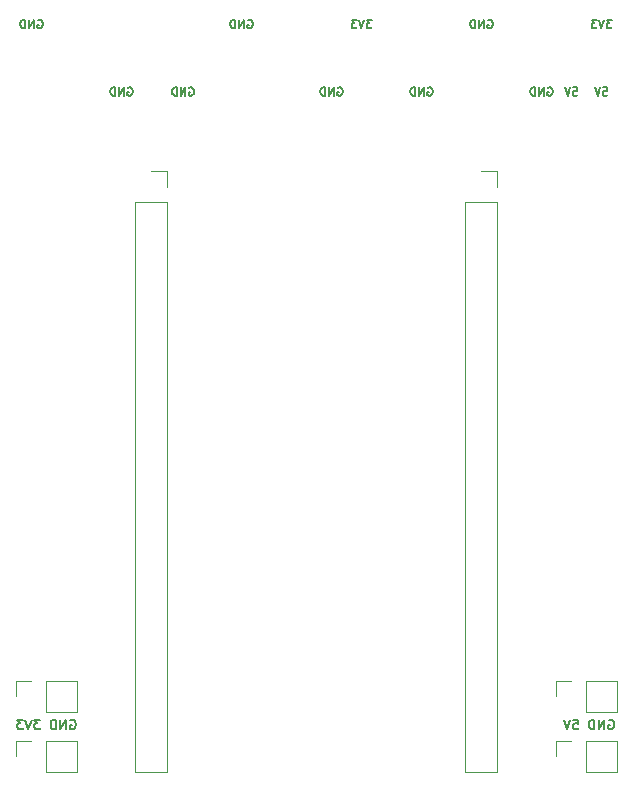
<source format=gbr>
%TF.GenerationSoftware,KiCad,Pcbnew,(5.1.9)-1*%
%TF.CreationDate,2022-02-08T17:05:31+09:00*%
%TF.ProjectId,odroid-extend,6f64726f-6964-42d6-9578-74656e642e6b,rev?*%
%TF.SameCoordinates,Original*%
%TF.FileFunction,Legend,Bot*%
%TF.FilePolarity,Positive*%
%FSLAX46Y46*%
G04 Gerber Fmt 4.6, Leading zero omitted, Abs format (unit mm)*
G04 Created by KiCad (PCBNEW (5.1.9)-1) date 2022-02-08 17:05:31*
%MOMM*%
%LPD*%
G01*
G04 APERTURE LIST*
%ADD10C,0.150000*%
%ADD11C,0.120000*%
G04 APERTURE END LIST*
D10*
X182397333Y-70389000D02*
X182464000Y-70355666D01*
X182564000Y-70355666D01*
X182664000Y-70389000D01*
X182730666Y-70455666D01*
X182764000Y-70522333D01*
X182797333Y-70655666D01*
X182797333Y-70755666D01*
X182764000Y-70889000D01*
X182730666Y-70955666D01*
X182664000Y-71022333D01*
X182564000Y-71055666D01*
X182497333Y-71055666D01*
X182397333Y-71022333D01*
X182364000Y-70989000D01*
X182364000Y-70755666D01*
X182497333Y-70755666D01*
X182064000Y-71055666D02*
X182064000Y-70355666D01*
X181664000Y-71055666D01*
X181664000Y-70355666D01*
X181330666Y-71055666D02*
X181330666Y-70355666D01*
X181164000Y-70355666D01*
X181064000Y-70389000D01*
X180997333Y-70455666D01*
X180964000Y-70522333D01*
X180930666Y-70655666D01*
X180930666Y-70755666D01*
X180964000Y-70889000D01*
X180997333Y-70955666D01*
X181064000Y-71022333D01*
X181164000Y-71055666D01*
X181330666Y-71055666D01*
X172237333Y-70389000D02*
X172304000Y-70355666D01*
X172404000Y-70355666D01*
X172504000Y-70389000D01*
X172570666Y-70455666D01*
X172604000Y-70522333D01*
X172637333Y-70655666D01*
X172637333Y-70755666D01*
X172604000Y-70889000D01*
X172570666Y-70955666D01*
X172504000Y-71022333D01*
X172404000Y-71055666D01*
X172337333Y-71055666D01*
X172237333Y-71022333D01*
X172204000Y-70989000D01*
X172204000Y-70755666D01*
X172337333Y-70755666D01*
X171904000Y-71055666D02*
X171904000Y-70355666D01*
X171504000Y-71055666D01*
X171504000Y-70355666D01*
X171170666Y-71055666D02*
X171170666Y-70355666D01*
X171004000Y-70355666D01*
X170904000Y-70389000D01*
X170837333Y-70455666D01*
X170804000Y-70522333D01*
X170770666Y-70655666D01*
X170770666Y-70755666D01*
X170804000Y-70889000D01*
X170837333Y-70955666D01*
X170904000Y-71022333D01*
X171004000Y-71055666D01*
X171170666Y-71055666D01*
X167490666Y-64640666D02*
X167057333Y-64640666D01*
X167290666Y-64907333D01*
X167190666Y-64907333D01*
X167124000Y-64940666D01*
X167090666Y-64974000D01*
X167057333Y-65040666D01*
X167057333Y-65207333D01*
X167090666Y-65274000D01*
X167124000Y-65307333D01*
X167190666Y-65340666D01*
X167390666Y-65340666D01*
X167457333Y-65307333D01*
X167490666Y-65274000D01*
X166857333Y-64640666D02*
X166624000Y-65340666D01*
X166390666Y-64640666D01*
X166224000Y-64640666D02*
X165790666Y-64640666D01*
X166024000Y-64907333D01*
X165924000Y-64907333D01*
X165857333Y-64940666D01*
X165824000Y-64974000D01*
X165790666Y-65040666D01*
X165790666Y-65207333D01*
X165824000Y-65274000D01*
X165857333Y-65307333D01*
X165924000Y-65340666D01*
X166124000Y-65340666D01*
X166190666Y-65307333D01*
X166224000Y-65274000D01*
X156997333Y-64674000D02*
X157064000Y-64640666D01*
X157164000Y-64640666D01*
X157264000Y-64674000D01*
X157330666Y-64740666D01*
X157364000Y-64807333D01*
X157397333Y-64940666D01*
X157397333Y-65040666D01*
X157364000Y-65174000D01*
X157330666Y-65240666D01*
X157264000Y-65307333D01*
X157164000Y-65340666D01*
X157097333Y-65340666D01*
X156997333Y-65307333D01*
X156964000Y-65274000D01*
X156964000Y-65040666D01*
X157097333Y-65040666D01*
X156664000Y-65340666D02*
X156664000Y-64640666D01*
X156264000Y-65340666D01*
X156264000Y-64640666D01*
X155930666Y-65340666D02*
X155930666Y-64640666D01*
X155764000Y-64640666D01*
X155664000Y-64674000D01*
X155597333Y-64740666D01*
X155564000Y-64807333D01*
X155530666Y-64940666D01*
X155530666Y-65040666D01*
X155564000Y-65174000D01*
X155597333Y-65240666D01*
X155664000Y-65307333D01*
X155764000Y-65340666D01*
X155930666Y-65340666D01*
X139217333Y-64674000D02*
X139284000Y-64640666D01*
X139384000Y-64640666D01*
X139484000Y-64674000D01*
X139550666Y-64740666D01*
X139584000Y-64807333D01*
X139617333Y-64940666D01*
X139617333Y-65040666D01*
X139584000Y-65174000D01*
X139550666Y-65240666D01*
X139484000Y-65307333D01*
X139384000Y-65340666D01*
X139317333Y-65340666D01*
X139217333Y-65307333D01*
X139184000Y-65274000D01*
X139184000Y-65040666D01*
X139317333Y-65040666D01*
X138884000Y-65340666D02*
X138884000Y-64640666D01*
X138484000Y-65340666D01*
X138484000Y-64640666D01*
X138150666Y-65340666D02*
X138150666Y-64640666D01*
X137984000Y-64640666D01*
X137884000Y-64674000D01*
X137817333Y-64740666D01*
X137784000Y-64807333D01*
X137750666Y-64940666D01*
X137750666Y-65040666D01*
X137784000Y-65174000D01*
X137817333Y-65240666D01*
X137884000Y-65307333D01*
X137984000Y-65340666D01*
X138150666Y-65340666D01*
X146837333Y-70389000D02*
X146904000Y-70355666D01*
X147004000Y-70355666D01*
X147104000Y-70389000D01*
X147170666Y-70455666D01*
X147204000Y-70522333D01*
X147237333Y-70655666D01*
X147237333Y-70755666D01*
X147204000Y-70889000D01*
X147170666Y-70955666D01*
X147104000Y-71022333D01*
X147004000Y-71055666D01*
X146937333Y-71055666D01*
X146837333Y-71022333D01*
X146804000Y-70989000D01*
X146804000Y-70755666D01*
X146937333Y-70755666D01*
X146504000Y-71055666D02*
X146504000Y-70355666D01*
X146104000Y-71055666D01*
X146104000Y-70355666D01*
X145770666Y-71055666D02*
X145770666Y-70355666D01*
X145604000Y-70355666D01*
X145504000Y-70389000D01*
X145437333Y-70455666D01*
X145404000Y-70522333D01*
X145370666Y-70655666D01*
X145370666Y-70755666D01*
X145404000Y-70889000D01*
X145437333Y-70955666D01*
X145504000Y-71022333D01*
X145604000Y-71055666D01*
X145770666Y-71055666D01*
X152044333Y-70389000D02*
X152111000Y-70355666D01*
X152211000Y-70355666D01*
X152311000Y-70389000D01*
X152377666Y-70455666D01*
X152411000Y-70522333D01*
X152444333Y-70655666D01*
X152444333Y-70755666D01*
X152411000Y-70889000D01*
X152377666Y-70955666D01*
X152311000Y-71022333D01*
X152211000Y-71055666D01*
X152144333Y-71055666D01*
X152044333Y-71022333D01*
X152011000Y-70989000D01*
X152011000Y-70755666D01*
X152144333Y-70755666D01*
X151711000Y-71055666D02*
X151711000Y-70355666D01*
X151311000Y-71055666D01*
X151311000Y-70355666D01*
X150977666Y-71055666D02*
X150977666Y-70355666D01*
X150811000Y-70355666D01*
X150711000Y-70389000D01*
X150644333Y-70455666D01*
X150611000Y-70522333D01*
X150577666Y-70655666D01*
X150577666Y-70755666D01*
X150611000Y-70889000D01*
X150644333Y-70955666D01*
X150711000Y-71022333D01*
X150811000Y-71055666D01*
X150977666Y-71055666D01*
X164617333Y-70389000D02*
X164684000Y-70355666D01*
X164784000Y-70355666D01*
X164884000Y-70389000D01*
X164950666Y-70455666D01*
X164984000Y-70522333D01*
X165017333Y-70655666D01*
X165017333Y-70755666D01*
X164984000Y-70889000D01*
X164950666Y-70955666D01*
X164884000Y-71022333D01*
X164784000Y-71055666D01*
X164717333Y-71055666D01*
X164617333Y-71022333D01*
X164584000Y-70989000D01*
X164584000Y-70755666D01*
X164717333Y-70755666D01*
X164284000Y-71055666D02*
X164284000Y-70355666D01*
X163884000Y-71055666D01*
X163884000Y-70355666D01*
X163550666Y-71055666D02*
X163550666Y-70355666D01*
X163384000Y-70355666D01*
X163284000Y-70389000D01*
X163217333Y-70455666D01*
X163184000Y-70522333D01*
X163150666Y-70655666D01*
X163150666Y-70755666D01*
X163184000Y-70889000D01*
X163217333Y-70955666D01*
X163284000Y-71022333D01*
X163384000Y-71055666D01*
X163550666Y-71055666D01*
X177317333Y-64674000D02*
X177384000Y-64640666D01*
X177484000Y-64640666D01*
X177584000Y-64674000D01*
X177650666Y-64740666D01*
X177684000Y-64807333D01*
X177717333Y-64940666D01*
X177717333Y-65040666D01*
X177684000Y-65174000D01*
X177650666Y-65240666D01*
X177584000Y-65307333D01*
X177484000Y-65340666D01*
X177417333Y-65340666D01*
X177317333Y-65307333D01*
X177284000Y-65274000D01*
X177284000Y-65040666D01*
X177417333Y-65040666D01*
X176984000Y-65340666D02*
X176984000Y-64640666D01*
X176584000Y-65340666D01*
X176584000Y-64640666D01*
X176250666Y-65340666D02*
X176250666Y-64640666D01*
X176084000Y-64640666D01*
X175984000Y-64674000D01*
X175917333Y-64740666D01*
X175884000Y-64807333D01*
X175850666Y-64940666D01*
X175850666Y-65040666D01*
X175884000Y-65174000D01*
X175917333Y-65240666D01*
X175984000Y-65307333D01*
X176084000Y-65340666D01*
X176250666Y-65340666D01*
X187810666Y-64640666D02*
X187377333Y-64640666D01*
X187610666Y-64907333D01*
X187510666Y-64907333D01*
X187444000Y-64940666D01*
X187410666Y-64974000D01*
X187377333Y-65040666D01*
X187377333Y-65207333D01*
X187410666Y-65274000D01*
X187444000Y-65307333D01*
X187510666Y-65340666D01*
X187710666Y-65340666D01*
X187777333Y-65307333D01*
X187810666Y-65274000D01*
X187177333Y-64640666D02*
X186944000Y-65340666D01*
X186710666Y-64640666D01*
X186544000Y-64640666D02*
X186110666Y-64640666D01*
X186344000Y-64907333D01*
X186244000Y-64907333D01*
X186177333Y-64940666D01*
X186144000Y-64974000D01*
X186110666Y-65040666D01*
X186110666Y-65207333D01*
X186144000Y-65274000D01*
X186177333Y-65307333D01*
X186244000Y-65340666D01*
X186444000Y-65340666D01*
X186510666Y-65307333D01*
X186544000Y-65274000D01*
X184537333Y-70355666D02*
X184870666Y-70355666D01*
X184904000Y-70689000D01*
X184870666Y-70655666D01*
X184804000Y-70622333D01*
X184637333Y-70622333D01*
X184570666Y-70655666D01*
X184537333Y-70689000D01*
X184504000Y-70755666D01*
X184504000Y-70922333D01*
X184537333Y-70989000D01*
X184570666Y-71022333D01*
X184637333Y-71055666D01*
X184804000Y-71055666D01*
X184870666Y-71022333D01*
X184904000Y-70989000D01*
X184304000Y-70355666D02*
X184070666Y-71055666D01*
X183837333Y-70355666D01*
X187077333Y-70355666D02*
X187410666Y-70355666D01*
X187444000Y-70689000D01*
X187410666Y-70655666D01*
X187344000Y-70622333D01*
X187177333Y-70622333D01*
X187110666Y-70655666D01*
X187077333Y-70689000D01*
X187044000Y-70755666D01*
X187044000Y-70922333D01*
X187077333Y-70989000D01*
X187110666Y-71022333D01*
X187177333Y-71055666D01*
X187344000Y-71055666D01*
X187410666Y-71022333D01*
X187444000Y-70989000D01*
X186844000Y-70355666D02*
X186610666Y-71055666D01*
X186377333Y-70355666D01*
X141973047Y-123933000D02*
X142049238Y-123894904D01*
X142163523Y-123894904D01*
X142277809Y-123933000D01*
X142354000Y-124009190D01*
X142392095Y-124085380D01*
X142430190Y-124237761D01*
X142430190Y-124352047D01*
X142392095Y-124504428D01*
X142354000Y-124580619D01*
X142277809Y-124656809D01*
X142163523Y-124694904D01*
X142087333Y-124694904D01*
X141973047Y-124656809D01*
X141934952Y-124618714D01*
X141934952Y-124352047D01*
X142087333Y-124352047D01*
X141592095Y-124694904D02*
X141592095Y-123894904D01*
X141134952Y-124694904D01*
X141134952Y-123894904D01*
X140754000Y-124694904D02*
X140754000Y-123894904D01*
X140563523Y-123894904D01*
X140449238Y-123933000D01*
X140373047Y-124009190D01*
X140334952Y-124085380D01*
X140296857Y-124237761D01*
X140296857Y-124352047D01*
X140334952Y-124504428D01*
X140373047Y-124580619D01*
X140449238Y-124656809D01*
X140563523Y-124694904D01*
X140754000Y-124694904D01*
X139420666Y-123894904D02*
X138925428Y-123894904D01*
X139192095Y-124199666D01*
X139077809Y-124199666D01*
X139001619Y-124237761D01*
X138963523Y-124275857D01*
X138925428Y-124352047D01*
X138925428Y-124542523D01*
X138963523Y-124618714D01*
X139001619Y-124656809D01*
X139077809Y-124694904D01*
X139306380Y-124694904D01*
X139382571Y-124656809D01*
X139420666Y-124618714D01*
X138696857Y-123894904D02*
X138430190Y-124694904D01*
X138163523Y-123894904D01*
X137973047Y-123894904D02*
X137477809Y-123894904D01*
X137744476Y-124199666D01*
X137630190Y-124199666D01*
X137554000Y-124237761D01*
X137515904Y-124275857D01*
X137477809Y-124352047D01*
X137477809Y-124542523D01*
X137515904Y-124618714D01*
X137554000Y-124656809D01*
X137630190Y-124694904D01*
X137858761Y-124694904D01*
X137934952Y-124656809D01*
X137973047Y-124618714D01*
X187566095Y-123933000D02*
X187642285Y-123894904D01*
X187756571Y-123894904D01*
X187870857Y-123933000D01*
X187947047Y-124009190D01*
X187985142Y-124085380D01*
X188023238Y-124237761D01*
X188023238Y-124352047D01*
X187985142Y-124504428D01*
X187947047Y-124580619D01*
X187870857Y-124656809D01*
X187756571Y-124694904D01*
X187680380Y-124694904D01*
X187566095Y-124656809D01*
X187528000Y-124618714D01*
X187528000Y-124352047D01*
X187680380Y-124352047D01*
X187185142Y-124694904D02*
X187185142Y-123894904D01*
X186728000Y-124694904D01*
X186728000Y-123894904D01*
X186347047Y-124694904D02*
X186347047Y-123894904D01*
X186156571Y-123894904D01*
X186042285Y-123933000D01*
X185966095Y-124009190D01*
X185928000Y-124085380D01*
X185889904Y-124237761D01*
X185889904Y-124352047D01*
X185928000Y-124504428D01*
X185966095Y-124580619D01*
X186042285Y-124656809D01*
X186156571Y-124694904D01*
X186347047Y-124694904D01*
X184556571Y-123894904D02*
X184937523Y-123894904D01*
X184975619Y-124275857D01*
X184937523Y-124237761D01*
X184861333Y-124199666D01*
X184670857Y-124199666D01*
X184594666Y-124237761D01*
X184556571Y-124275857D01*
X184518476Y-124352047D01*
X184518476Y-124542523D01*
X184556571Y-124618714D01*
X184594666Y-124656809D01*
X184670857Y-124694904D01*
X184861333Y-124694904D01*
X184937523Y-124656809D01*
X184975619Y-124618714D01*
X184289904Y-123894904D02*
X184023238Y-124694904D01*
X183756571Y-123894904D01*
D11*
%TO.C,J7*%
X183074000Y-125670000D02*
X183074000Y-127000000D01*
X184404000Y-125670000D02*
X183074000Y-125670000D01*
X185674000Y-125670000D02*
X185674000Y-128330000D01*
X185674000Y-128330000D02*
X188274000Y-128330000D01*
X185674000Y-125670000D02*
X188274000Y-125670000D01*
X188274000Y-125670000D02*
X188274000Y-128330000D01*
%TO.C,J6*%
X142554000Y-125670000D02*
X142554000Y-128330000D01*
X139954000Y-125670000D02*
X142554000Y-125670000D01*
X139954000Y-128330000D02*
X142554000Y-128330000D01*
X139954000Y-125670000D02*
X139954000Y-128330000D01*
X138684000Y-125670000D02*
X137354000Y-125670000D01*
X137354000Y-125670000D02*
X137354000Y-127000000D01*
%TO.C,J2*%
X150148600Y-77435400D02*
X148818600Y-77435400D01*
X150148600Y-78765400D02*
X150148600Y-77435400D01*
X150148600Y-80035400D02*
X147488600Y-80035400D01*
X147488600Y-80035400D02*
X147488600Y-128355400D01*
X150148600Y-80035400D02*
X150148600Y-128355400D01*
X150148600Y-128355400D02*
X147488600Y-128355400D01*
%TO.C,J3*%
X178088600Y-128355400D02*
X175428600Y-128355400D01*
X178088600Y-80035400D02*
X178088600Y-128355400D01*
X175428600Y-80035400D02*
X175428600Y-128355400D01*
X178088600Y-80035400D02*
X175428600Y-80035400D01*
X178088600Y-78765400D02*
X178088600Y-77435400D01*
X178088600Y-77435400D02*
X176758600Y-77435400D01*
%TO.C,J4*%
X137354000Y-120590000D02*
X137354000Y-121920000D01*
X138684000Y-120590000D02*
X137354000Y-120590000D01*
X139954000Y-120590000D02*
X139954000Y-123250000D01*
X139954000Y-123250000D02*
X142554000Y-123250000D01*
X139954000Y-120590000D02*
X142554000Y-120590000D01*
X142554000Y-120590000D02*
X142554000Y-123250000D01*
%TO.C,J5*%
X183074000Y-120590000D02*
X183074000Y-121920000D01*
X184404000Y-120590000D02*
X183074000Y-120590000D01*
X185674000Y-120590000D02*
X185674000Y-123250000D01*
X185674000Y-123250000D02*
X188274000Y-123250000D01*
X185674000Y-120590000D02*
X188274000Y-120590000D01*
X188274000Y-120590000D02*
X188274000Y-123250000D01*
%TD*%
M02*

</source>
